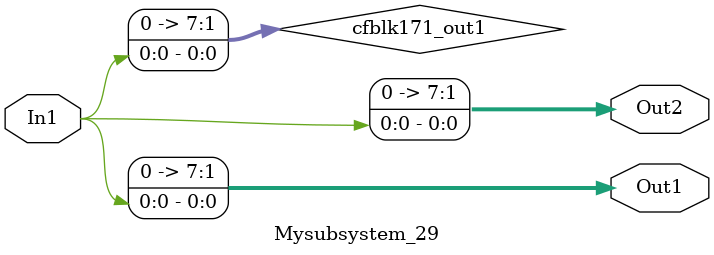
<source format=v>



`timescale 1 ns / 1 ns

module Mysubsystem_29
          (In1,
           Out1,
           Out2);


  input   In1;
  output  [7:0] Out1;  // uint8
  output  [7:0] Out2;  // uint8


  wire [7:0] cfblk171_out1;  // uint8


  assign cfblk171_out1 = {7'b0, In1};



  assign Out1 = cfblk171_out1;

  assign Out2 = cfblk171_out1;

endmodule  // Mysubsystem_29


</source>
